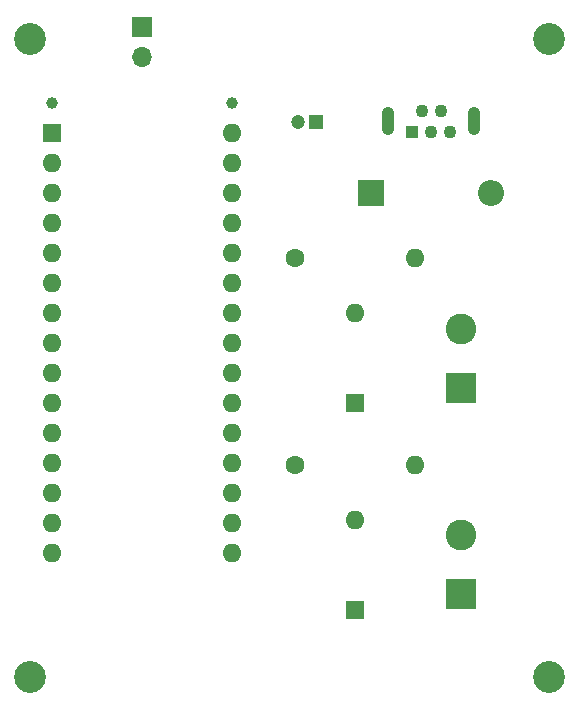
<source format=gbr>
%TF.GenerationSoftware,KiCad,Pcbnew,7.0.5*%
%TF.CreationDate,2023-08-09T22:54:17+08:00*%
%TF.ProjectId,taiko_vibrator,7461696b-6f5f-4766-9962-7261746f722e,rev?*%
%TF.SameCoordinates,PX4524320PY42c1d80*%
%TF.FileFunction,Soldermask,Bot*%
%TF.FilePolarity,Negative*%
%FSLAX46Y46*%
G04 Gerber Fmt 4.6, Leading zero omitted, Abs format (unit mm)*
G04 Created by KiCad (PCBNEW 7.0.5) date 2023-08-09 22:54:17*
%MOMM*%
%LPD*%
G01*
G04 APERTURE LIST*
%ADD10R,1.600000X1.600000*%
%ADD11O,1.600000X1.600000*%
%ADD12R,2.200000X2.200000*%
%ADD13O,2.200000X2.200000*%
%ADD14C,2.700000*%
%ADD15R,1.700000X1.700000*%
%ADD16O,1.700000X1.700000*%
%ADD17R,2.600000X2.600000*%
%ADD18C,2.600000*%
%ADD19C,1.000000*%
%ADD20R,1.200000X1.200000*%
%ADD21C,1.200000*%
%ADD22C,1.600000*%
%ADD23R,1.100000X1.100000*%
%ADD24C,1.100000*%
%ADD25O,1.100000X2.400000*%
G04 APERTURE END LIST*
D10*
%TO.C,D3*%
X5500000Y-21310000D03*
D11*
X5500000Y-13690000D03*
%TD*%
D12*
%TO.C,D1*%
X6920000Y14000000D03*
D13*
X17080000Y14000000D03*
%TD*%
D14*
%TO.C,REF\u002A\u002A*%
X22000000Y27000000D03*
%TD*%
D10*
%TO.C,A1*%
X-20110000Y19050000D03*
D11*
X-20110000Y16510000D03*
X-20110000Y13970000D03*
X-20110000Y11430000D03*
X-20110000Y8890000D03*
X-20110000Y6350000D03*
X-20110000Y3810000D03*
X-20110000Y1270000D03*
X-20110000Y-1270000D03*
X-20110000Y-3810000D03*
X-20110000Y-6350000D03*
X-20110000Y-8890000D03*
X-20110000Y-11430000D03*
X-20110000Y-13970000D03*
X-20110000Y-16510000D03*
X-4870000Y-16510000D03*
X-4870000Y-13970000D03*
X-4870000Y-11430000D03*
X-4870000Y-8890000D03*
X-4870000Y-6350000D03*
X-4870000Y-3810000D03*
X-4870000Y-1270000D03*
X-4870000Y1270000D03*
X-4870000Y3810000D03*
X-4870000Y6350000D03*
X-4870000Y8890000D03*
X-4870000Y11430000D03*
X-4870000Y13970000D03*
X-4870000Y16510000D03*
X-4870000Y19050000D03*
%TD*%
D10*
%TO.C,D2*%
X5500000Y-3810000D03*
D11*
X5500000Y3810000D03*
%TD*%
D14*
%TO.C,REF\u002A\u002A*%
X22000000Y-27000000D03*
%TD*%
D15*
%TO.C,J4*%
X-12500000Y28040000D03*
D16*
X-12500000Y25500000D03*
%TD*%
D17*
%TO.C,J3*%
X14500000Y-20000000D03*
D18*
X14500000Y-15000000D03*
%TD*%
D19*
%TO.C,*%
X-4870000Y21590000D03*
%TD*%
%TO.C,*%
X-20110000Y21590000D03*
%TD*%
D17*
%TO.C,J2*%
X14500000Y-2500000D03*
D18*
X14500000Y2500000D03*
%TD*%
D20*
%TO.C,C1*%
X2222599Y20000000D03*
D21*
X722599Y20000000D03*
%TD*%
D22*
%TO.C,R2*%
X420000Y-9000000D03*
D11*
X10580000Y-9000000D03*
%TD*%
D14*
%TO.C,REF\u002A\u002A*%
X-22000000Y27000000D03*
%TD*%
D23*
%TO.C,J1*%
X10400000Y19175000D03*
D24*
X11200000Y20925000D03*
X12000000Y19175000D03*
X12800000Y20925000D03*
X13600000Y19175000D03*
D25*
X8350000Y20050000D03*
X15650000Y20050000D03*
%TD*%
D14*
%TO.C,REF\u002A\u002A*%
X-22000000Y-27000000D03*
%TD*%
D22*
%TO.C,R1*%
X420000Y8500000D03*
D11*
X10580000Y8500000D03*
%TD*%
M02*

</source>
